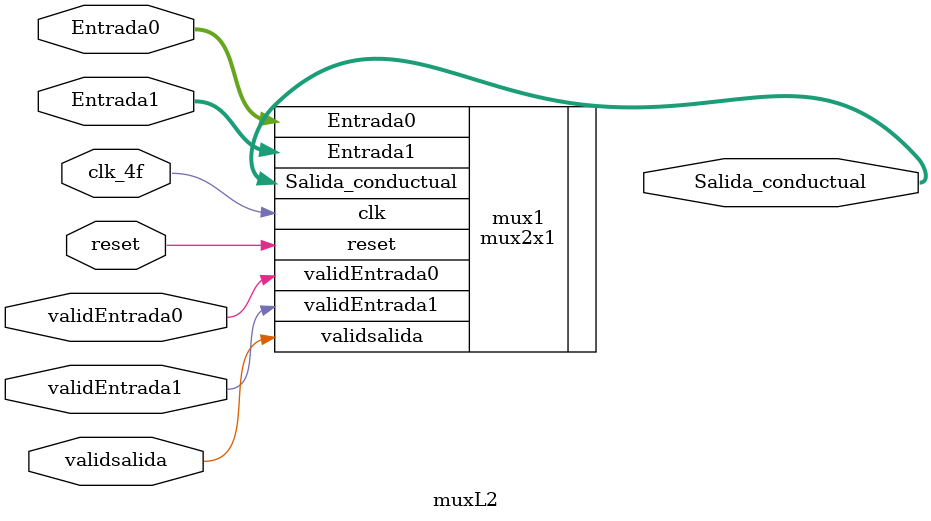
<source format=v>


module muxL2(
    output[7:0] Salida_conductual,
    input [7:0] Entrada0,
    input [7:0] Entrada1,
    input validsalida,
    input validEntrada0,
    input validEntrada1,
    input clk_4f,
    
    input reset);

    mux2x1 mux1(
        //Salidas
        .Salida_conductual  (Salida_conductual[7:0]),  
        .validsalida    (validsalida),
        //Entradas
        .Entrada0       (Entrada0[7:0]),
        .Entrada1       (Entrada1[7:0]),
        .validEntrada0  (validEntrada0),
        .validEntrada1  (validEntrada1),
        .clk            (clk_4f),
        .reset          (reset)
    );
endmodule
</source>
